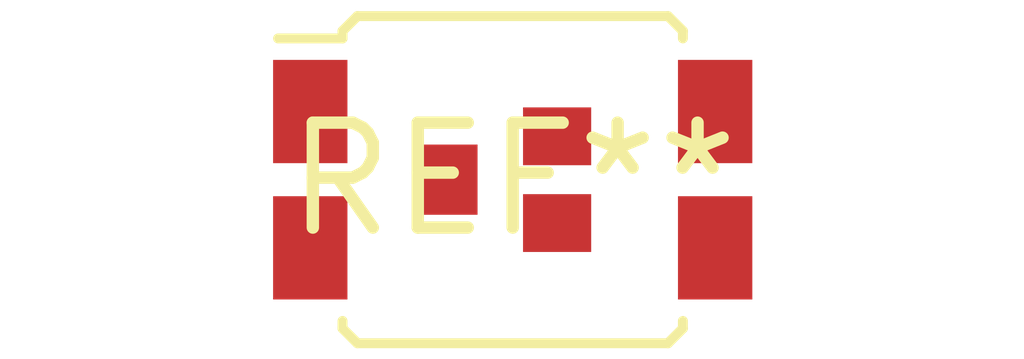
<source format=kicad_pcb>
(kicad_pcb (version 20240108) (generator pcbnew)
  (layers (0 "F.Cu" signal) (31 "B.Cu" signal) (34 "B.Paste" user) (35 "F.Paste" user) (36 "B.SilkS" user "B.Silkscreen") (37 "F.SilkS" user "F.Silkscreen") (38 "B.Mask" user) (39 "F.Mask" user) (44 "Edge.Cuts" user))
  (net 0 "")
  (footprint "DirectFET_SC" (layer "F.Cu") (at 0 0)
    (property "Reference" "REF**")
    (property "Value" "DirectFET_SC")
    (fp_line (start -2.84 -1.71) (end -2.06 -1.71) (layer "F.SilkS") (stroke (width 0.12)))
    (fp_line (start -2.06 -1.8) (end -1.88 -1.98) (layer "F.SilkS") (stroke (width 0.12)))
    (fp_line (start -2.06 -1.71) (end -2.06 -1.8) (layer "F.SilkS") (stroke (width 0.12)))
    (fp_line (start -2.06 1.71) (end -2.06 1.8) (layer "F.SilkS") (stroke (width 0.12)))
    (fp_line (start -2.06 1.8) (end -1.88 1.98) (layer "F.SilkS") (stroke (width 0.12)))
    (fp_line (start -1.88 -1.98) (end 1.88 -1.98) (layer "F.SilkS") (stroke (width 0.12)))
    (fp_line (start -1.88 1.98) (end 1.88 1.98) (layer "F.SilkS") (stroke (width 0.12)))
    (fp_line (start 2.06 -1.8) (end 1.88 -1.98) (layer "F.SilkS") (stroke (width 0.12)))
    (fp_line (start 2.06 -1.71) (end 2.06 -1.8) (layer "F.SilkS") (stroke (width 0.12)))
    (fp_line (start 2.06 1.71) (end 2.06 1.8) (layer "F.SilkS") (stroke (width 0.12)))
    (fp_line (start 2.06 1.8) (end 1.88 1.98) (layer "F.SilkS") (stroke (width 0.12)))
    (pad "1" smd rect (at -2.4505 -0.825) (size 0.9 1.25) (layers "F.Cu" "F.Paste" "F.Mask"))
    (pad "1" smd rect (at -2.4505 0.825) (size 0.9 1.25) (layers "F.Cu" "F.Paste" "F.Mask"))
    (pad "1" smd rect (at 2.4505 -0.825) (size 0.9 1.25) (layers "F.Cu" "F.Paste" "F.Mask"))
    (pad "1" smd rect (at 2.4505 0.825) (size 0.9 1.25) (layers "F.Cu" "F.Paste" "F.Mask"))
    (pad "2" smd rect (at -0.7505 0) (size 0.65 0.85) (layers "F.Cu" "F.Paste" "F.Mask"))
    (pad "3" smd rect (at 0.5375 -0.525) (size 0.825 0.7) (layers "F.Cu" "F.Paste" "F.Mask"))
    (pad "3" smd rect (at 0.5375 0.525) (size 0.825 0.7) (layers "F.Cu" "F.Paste" "F.Mask"))
  )
)
</source>
